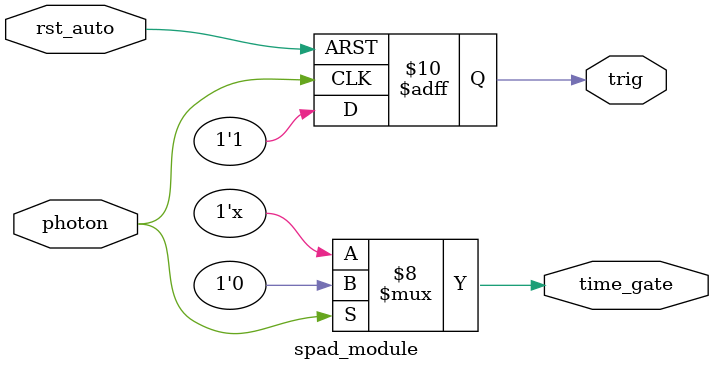
<source format=v>
`timescale 1ns/1ns
module spad_module(
input photon,  //posdege for photon arrival
input rst_auto, //(!time_gate) & sync, sync is provided by sync module
output reg  trig,
output reg  time_gate
);
initial trig=0;
initial time_gate=0;
always @(posedge photon or posedge rst_auto)
	if(rst_auto == 1)
	 	#320 trig <= 0;
	else
		trig <= 1;
always @(photon)
	if(photon==1)
	begin
		time_gate =1;
		#480
		time_gate =0;
	end
endmodule
</source>
